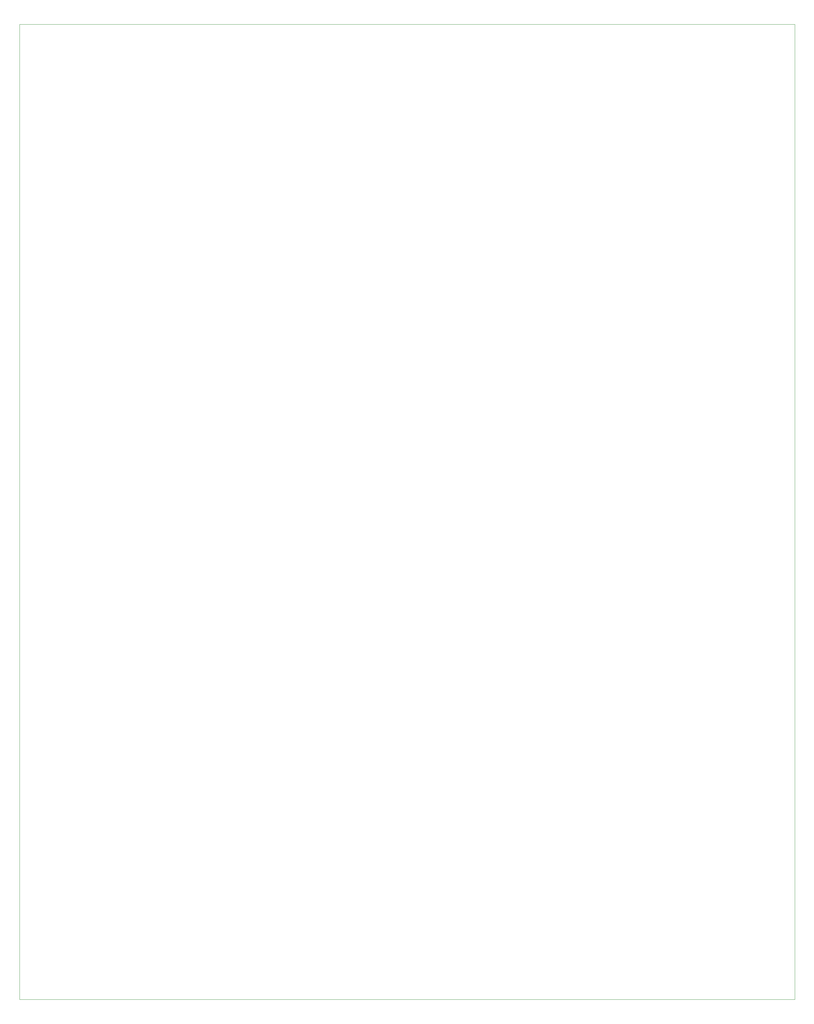
<source format=gbr>
G04 #@! TF.GenerationSoftware,KiCad,Pcbnew,(5.1.5)-3*
G04 #@! TF.CreationDate,2020-07-24T16:39:48-04:00*
G04 #@! TF.ProjectId,main_board,6d61696e-5f62-46f6-9172-642e6b696361,rev?*
G04 #@! TF.SameCoordinates,Original*
G04 #@! TF.FileFunction,Profile,NP*
%FSLAX46Y46*%
G04 Gerber Fmt 4.6, Leading zero omitted, Abs format (unit mm)*
G04 Created by KiCad (PCBNEW (5.1.5)-3) date 2020-07-24 16:39:48*
%MOMM*%
%LPD*%
G04 APERTURE LIST*
%ADD10C,0.050000*%
G04 APERTURE END LIST*
D10*
X27940000Y-27880000D02*
X27940000Y-289780000D01*
X236220000Y-289780000D02*
X236220000Y-27880000D01*
X27940000Y-27880000D02*
X236220000Y-27880000D01*
X27940000Y-289780000D02*
X236220000Y-289780000D01*
M02*

</source>
